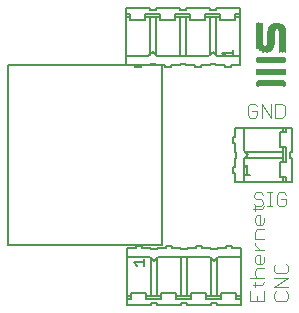
<source format=gto>
G75*
%MOIN*%
%OFA0B0*%
%FSLAX25Y25*%
%IPPOS*%
%LPD*%
%AMOC8*
5,1,8,0,0,1.08239X$1,22.5*
%
%ADD10C,0.00400*%
%ADD11R,0.00100X0.01200*%
%ADD12R,0.00100X0.01400*%
%ADD13R,0.00100X0.07800*%
%ADD14R,0.00100X0.01600*%
%ADD15R,0.00100X0.01800*%
%ADD16R,0.00100X0.08200*%
%ADD17R,0.00100X0.02000*%
%ADD18R,0.00100X0.08600*%
%ADD19R,0.00100X0.02200*%
%ADD20R,0.00100X0.08800*%
%ADD21R,0.00100X0.09000*%
%ADD22R,0.00100X0.09200*%
%ADD23R,0.00100X0.09400*%
%ADD24R,0.00100X0.09600*%
%ADD25R,0.00100X0.09800*%
%ADD26R,0.00100X0.02600*%
%ADD27R,0.00100X0.02400*%
%ADD28R,0.00100X0.07200*%
%ADD29R,0.00100X0.08400*%
%ADD30R,0.00100X0.08000*%
%ADD31C,0.00600*%
%ADD32C,0.00500*%
%ADD33C,0.00800*%
D10*
X0111915Y0064991D02*
X0112682Y0064224D01*
X0114217Y0064224D01*
X0114984Y0064991D01*
X0114984Y0066526D01*
X0113450Y0066526D01*
X0111915Y0068060D02*
X0111915Y0064991D01*
X0111915Y0068060D02*
X0112682Y0068828D01*
X0114217Y0068828D01*
X0114984Y0068060D01*
X0116519Y0068828D02*
X0119588Y0064224D01*
X0119588Y0068828D01*
X0121123Y0068828D02*
X0123425Y0068828D01*
X0124192Y0068060D01*
X0124192Y0064991D01*
X0123425Y0064224D01*
X0121123Y0064224D01*
X0121123Y0068828D01*
X0116519Y0068828D02*
X0116519Y0064224D01*
X0116185Y0039300D02*
X0114651Y0039300D01*
X0113883Y0038533D01*
X0113883Y0037765D01*
X0114651Y0036998D01*
X0116185Y0036998D01*
X0116953Y0036231D01*
X0116953Y0035463D01*
X0116185Y0034696D01*
X0114651Y0034696D01*
X0113883Y0035463D01*
X0114351Y0034660D02*
X0114351Y0033126D01*
X0113584Y0033893D02*
X0116653Y0033893D01*
X0117420Y0034660D01*
X0118487Y0034696D02*
X0120022Y0034696D01*
X0119255Y0034696D02*
X0119255Y0039300D01*
X0120022Y0039300D02*
X0118487Y0039300D01*
X0116953Y0038533D02*
X0116185Y0039300D01*
X0121557Y0038533D02*
X0121557Y0035463D01*
X0122324Y0034696D01*
X0123859Y0034696D01*
X0124626Y0035463D01*
X0124626Y0036998D01*
X0123091Y0036998D01*
X0121557Y0038533D02*
X0122324Y0039300D01*
X0123859Y0039300D01*
X0124626Y0038533D01*
X0117420Y0030824D02*
X0117420Y0029289D01*
X0116653Y0028522D01*
X0115119Y0028522D01*
X0114351Y0029289D01*
X0114351Y0030824D01*
X0115119Y0031591D01*
X0115886Y0031591D01*
X0115886Y0028522D01*
X0115119Y0026987D02*
X0117420Y0026987D01*
X0115119Y0026987D02*
X0114351Y0026220D01*
X0114351Y0023918D01*
X0117420Y0023918D01*
X0114351Y0022383D02*
X0114351Y0021616D01*
X0115886Y0020081D01*
X0117420Y0020081D02*
X0114351Y0020081D01*
X0115119Y0018546D02*
X0115886Y0018546D01*
X0115886Y0015477D01*
X0116653Y0015477D02*
X0115119Y0015477D01*
X0114351Y0016244D01*
X0114351Y0017779D01*
X0115119Y0018546D01*
X0117420Y0017779D02*
X0117420Y0016244D01*
X0116653Y0015477D01*
X0117420Y0013942D02*
X0115119Y0013942D01*
X0114351Y0013175D01*
X0114351Y0011641D01*
X0115119Y0010873D01*
X0114351Y0009339D02*
X0114351Y0007804D01*
X0113584Y0008571D02*
X0116653Y0008571D01*
X0117420Y0009339D01*
X0117420Y0010873D02*
X0112817Y0010873D01*
X0112817Y0006269D02*
X0112817Y0003200D01*
X0117420Y0003200D01*
X0117420Y0006269D01*
X0115119Y0004735D02*
X0115119Y0003200D01*
X0120691Y0003967D02*
X0121458Y0003200D01*
X0124527Y0003200D01*
X0125294Y0003967D01*
X0125294Y0005502D01*
X0124527Y0006269D01*
X0125294Y0007804D02*
X0120691Y0007804D01*
X0125294Y0010873D01*
X0120691Y0010873D01*
X0121458Y0012408D02*
X0120691Y0013175D01*
X0120691Y0014710D01*
X0121458Y0015477D01*
X0124527Y0015477D02*
X0125294Y0014710D01*
X0125294Y0013175D01*
X0124527Y0012408D01*
X0121458Y0012408D01*
X0121458Y0006269D02*
X0120691Y0005502D01*
X0120691Y0003967D01*
D11*
X0124643Y0075581D03*
X0124743Y0075581D03*
X0114943Y0075581D03*
X0114843Y0075581D03*
X0114843Y0083381D03*
X0114943Y0083381D03*
X0124643Y0083381D03*
X0124743Y0083381D03*
D12*
X0124743Y0079481D03*
X0124643Y0079481D03*
X0114943Y0079481D03*
X0114843Y0079481D03*
D13*
X0124643Y0089881D03*
X0124743Y0089881D03*
X0120743Y0091681D03*
X0120643Y0091681D03*
X0114943Y0091881D03*
X0114843Y0091881D03*
D14*
X0115043Y0083381D03*
X0115143Y0083381D03*
X0124443Y0083381D03*
X0124543Y0083381D03*
X0124543Y0075581D03*
X0124443Y0075581D03*
X0115143Y0075581D03*
X0115043Y0075581D03*
D15*
X0115043Y0079481D03*
X0115143Y0079481D03*
X0115243Y0079481D03*
X0115343Y0079481D03*
X0124243Y0079481D03*
X0124343Y0079481D03*
X0124443Y0079481D03*
X0124543Y0079481D03*
D16*
X0124543Y0090081D03*
X0124443Y0090081D03*
X0120543Y0091481D03*
X0120443Y0091481D03*
X0119143Y0090281D03*
X0119043Y0090281D03*
D17*
X0115343Y0083381D03*
X0115243Y0083381D03*
X0124243Y0083381D03*
X0124343Y0083381D03*
X0124343Y0075581D03*
X0124243Y0075581D03*
X0124143Y0075581D03*
X0124043Y0075581D03*
X0115543Y0075581D03*
X0115443Y0075581D03*
X0115343Y0075581D03*
X0115243Y0075581D03*
D18*
X0119843Y0090881D03*
X0119943Y0090881D03*
X0120043Y0091081D03*
X0120143Y0091081D03*
X0124243Y0090281D03*
X0124343Y0090281D03*
X0115343Y0091481D03*
X0115243Y0091481D03*
D19*
X0117443Y0087081D03*
X0117543Y0087081D03*
X0117643Y0087081D03*
X0117743Y0087081D03*
X0117843Y0087081D03*
X0117943Y0087081D03*
X0118043Y0087081D03*
X0118143Y0087081D03*
X0118243Y0087081D03*
X0118343Y0087081D03*
X0118343Y0083281D03*
X0118243Y0083281D03*
X0118143Y0083281D03*
X0118043Y0083281D03*
X0117943Y0083281D03*
X0117843Y0083281D03*
X0117743Y0083281D03*
X0117643Y0083281D03*
X0117543Y0083281D03*
X0117443Y0083281D03*
X0117343Y0083281D03*
X0117243Y0083281D03*
X0117143Y0083281D03*
X0117043Y0083281D03*
X0116943Y0083281D03*
X0116843Y0083281D03*
X0116743Y0083281D03*
X0116643Y0083281D03*
X0116543Y0083281D03*
X0116443Y0083281D03*
X0116343Y0083281D03*
X0116243Y0083281D03*
X0116143Y0083281D03*
X0116043Y0083281D03*
X0115943Y0083281D03*
X0115843Y0083281D03*
X0115743Y0083281D03*
X0115643Y0083281D03*
X0115543Y0083281D03*
X0115443Y0083281D03*
X0118443Y0083281D03*
X0118543Y0083281D03*
X0118643Y0083281D03*
X0118743Y0083281D03*
X0118843Y0083281D03*
X0118943Y0083281D03*
X0119043Y0083281D03*
X0119143Y0083281D03*
X0119243Y0083281D03*
X0119343Y0083281D03*
X0119443Y0083281D03*
X0119543Y0083281D03*
X0119643Y0083281D03*
X0119743Y0083281D03*
X0119843Y0083281D03*
X0119943Y0083281D03*
X0120043Y0083281D03*
X0120143Y0083281D03*
X0120243Y0083281D03*
X0120343Y0083281D03*
X0120443Y0083281D03*
X0120543Y0083281D03*
X0120643Y0083281D03*
X0120743Y0083281D03*
X0120843Y0083281D03*
X0120943Y0083281D03*
X0121043Y0083281D03*
X0121143Y0083281D03*
X0121243Y0083281D03*
X0121343Y0083281D03*
X0121443Y0083281D03*
X0121543Y0083281D03*
X0121643Y0083281D03*
X0121743Y0083281D03*
X0121843Y0083281D03*
X0121943Y0083281D03*
X0122043Y0083281D03*
X0122143Y0083281D03*
X0122243Y0083281D03*
X0122343Y0083281D03*
X0122443Y0083281D03*
X0122543Y0083281D03*
X0122643Y0083281D03*
X0122743Y0083281D03*
X0122843Y0083281D03*
X0122943Y0083281D03*
X0123043Y0083281D03*
X0123143Y0083281D03*
X0123243Y0083281D03*
X0123343Y0083281D03*
X0123443Y0083281D03*
X0123543Y0083281D03*
X0123643Y0083281D03*
X0123743Y0083281D03*
X0123843Y0083281D03*
X0123943Y0083281D03*
X0124043Y0083281D03*
X0124143Y0083281D03*
X0124143Y0079481D03*
X0124043Y0079481D03*
X0123943Y0079481D03*
X0123843Y0079481D03*
X0123743Y0079481D03*
X0123643Y0079481D03*
X0123543Y0079481D03*
X0123443Y0079481D03*
X0123343Y0079481D03*
X0123243Y0079481D03*
X0123143Y0079481D03*
X0123043Y0079481D03*
X0122943Y0079481D03*
X0122843Y0079481D03*
X0122743Y0079481D03*
X0122643Y0079481D03*
X0122543Y0079481D03*
X0122443Y0079481D03*
X0122343Y0079481D03*
X0122243Y0079481D03*
X0122143Y0079481D03*
X0122043Y0079481D03*
X0121943Y0079481D03*
X0121843Y0079481D03*
X0121743Y0079481D03*
X0121643Y0079481D03*
X0121543Y0079481D03*
X0121443Y0079481D03*
X0121343Y0079481D03*
X0121243Y0079481D03*
X0121143Y0079481D03*
X0121043Y0079481D03*
X0120943Y0079481D03*
X0120843Y0079481D03*
X0120743Y0079481D03*
X0120643Y0079481D03*
X0120543Y0079481D03*
X0120443Y0079481D03*
X0120343Y0079481D03*
X0120243Y0079481D03*
X0120143Y0079481D03*
X0120043Y0079481D03*
X0119943Y0079481D03*
X0119843Y0079481D03*
X0119743Y0079481D03*
X0119643Y0079481D03*
X0119543Y0079481D03*
X0119443Y0079481D03*
X0119343Y0079481D03*
X0119243Y0079481D03*
X0119143Y0079481D03*
X0119043Y0079481D03*
X0118943Y0079481D03*
X0118843Y0079481D03*
X0118743Y0079481D03*
X0118643Y0079481D03*
X0118543Y0079481D03*
X0118443Y0079481D03*
X0118343Y0079481D03*
X0118243Y0079481D03*
X0118143Y0079481D03*
X0118043Y0079481D03*
X0117943Y0079481D03*
X0117843Y0079481D03*
X0117743Y0079481D03*
X0117643Y0079481D03*
X0117543Y0079481D03*
X0117443Y0079481D03*
X0117343Y0079481D03*
X0117243Y0079481D03*
X0117143Y0079481D03*
X0117043Y0079481D03*
X0116943Y0079481D03*
X0116843Y0079481D03*
X0116743Y0079481D03*
X0116643Y0079481D03*
X0116543Y0079481D03*
X0116443Y0079481D03*
X0116343Y0079481D03*
X0116243Y0079481D03*
X0116143Y0079481D03*
X0116043Y0079481D03*
X0115943Y0079481D03*
X0115843Y0079481D03*
X0115743Y0079481D03*
X0115643Y0079481D03*
X0115543Y0079481D03*
X0115443Y0079481D03*
X0115643Y0075681D03*
X0115743Y0075681D03*
X0115843Y0075681D03*
X0115943Y0075681D03*
X0116043Y0075681D03*
X0116143Y0075681D03*
X0116243Y0075681D03*
X0116343Y0075681D03*
X0116443Y0075681D03*
X0116543Y0075681D03*
X0116643Y0075681D03*
X0116743Y0075681D03*
X0116843Y0075681D03*
X0116943Y0075681D03*
X0117043Y0075681D03*
X0117143Y0075681D03*
X0117243Y0075681D03*
X0117343Y0075681D03*
X0117443Y0075681D03*
X0117543Y0075681D03*
X0117643Y0075681D03*
X0117743Y0075681D03*
X0117843Y0075681D03*
X0117943Y0075681D03*
X0118043Y0075681D03*
X0118143Y0075681D03*
X0118243Y0075681D03*
X0118343Y0075681D03*
X0118443Y0075681D03*
X0118543Y0075681D03*
X0118643Y0075681D03*
X0118743Y0075681D03*
X0118843Y0075681D03*
X0118943Y0075681D03*
X0119043Y0075681D03*
X0119143Y0075681D03*
X0119243Y0075681D03*
X0119343Y0075681D03*
X0119443Y0075681D03*
X0119543Y0075681D03*
X0119643Y0075681D03*
X0119743Y0075681D03*
X0119843Y0075681D03*
X0119943Y0075681D03*
X0120043Y0075681D03*
X0120143Y0075681D03*
X0120243Y0075681D03*
X0120343Y0075681D03*
X0120443Y0075681D03*
X0120543Y0075681D03*
X0120643Y0075681D03*
X0120743Y0075681D03*
X0120843Y0075681D03*
X0120943Y0075681D03*
X0121043Y0075681D03*
X0121143Y0075681D03*
X0121243Y0075681D03*
X0121343Y0075681D03*
X0121443Y0075681D03*
X0121543Y0075681D03*
X0121643Y0075681D03*
X0121743Y0075681D03*
X0121843Y0075681D03*
X0121943Y0075681D03*
X0122043Y0075681D03*
X0122143Y0075681D03*
X0122243Y0075681D03*
X0122343Y0075681D03*
X0122443Y0075681D03*
X0122543Y0075681D03*
X0122643Y0075681D03*
X0122743Y0075681D03*
X0122843Y0075681D03*
X0122943Y0075681D03*
X0123043Y0075681D03*
X0123143Y0075681D03*
X0123243Y0075681D03*
X0123343Y0075681D03*
X0123443Y0075681D03*
X0123543Y0075681D03*
X0123643Y0075681D03*
X0123743Y0075681D03*
X0123843Y0075681D03*
X0123943Y0075681D03*
X0122143Y0094681D03*
X0122043Y0094681D03*
X0121943Y0094681D03*
X0121843Y0094681D03*
X0121743Y0094681D03*
X0121643Y0094681D03*
X0121543Y0094681D03*
X0121443Y0094681D03*
D20*
X0124043Y0090381D03*
X0124143Y0090381D03*
X0115543Y0091381D03*
X0115443Y0091381D03*
D21*
X0115643Y0091281D03*
X0115743Y0091281D03*
X0123843Y0090481D03*
X0123943Y0090481D03*
D22*
X0123743Y0090581D03*
X0123643Y0090581D03*
X0115943Y0091181D03*
X0115843Y0091181D03*
D23*
X0116043Y0091081D03*
X0116143Y0091081D03*
X0123243Y0090681D03*
X0123343Y0090681D03*
X0123443Y0090681D03*
X0123543Y0090681D03*
D24*
X0123143Y0090781D03*
X0123043Y0090781D03*
X0122943Y0090781D03*
X0122843Y0090781D03*
X0116743Y0090981D03*
X0116643Y0090981D03*
X0116543Y0090981D03*
X0116443Y0090981D03*
X0116343Y0090981D03*
X0116243Y0090981D03*
D25*
X0116843Y0090881D03*
X0116943Y0090881D03*
X0122643Y0090881D03*
X0122743Y0090881D03*
D26*
X0122543Y0094481D03*
X0122443Y0094481D03*
X0121143Y0094481D03*
X0121043Y0094481D03*
X0117143Y0087281D03*
X0117043Y0087281D03*
D27*
X0117243Y0087181D03*
X0117343Y0087181D03*
X0118443Y0087181D03*
X0118543Y0087181D03*
X0121243Y0094581D03*
X0121343Y0094581D03*
X0122243Y0094581D03*
X0122343Y0094581D03*
D28*
X0120943Y0091981D03*
X0120843Y0091981D03*
X0118743Y0089581D03*
X0118643Y0089581D03*
D29*
X0119243Y0090381D03*
X0119343Y0090381D03*
X0119443Y0090581D03*
X0119543Y0090581D03*
X0119643Y0090781D03*
X0119743Y0090781D03*
X0120243Y0091181D03*
X0120343Y0091181D03*
X0115143Y0091581D03*
X0115043Y0091581D03*
D30*
X0118843Y0089981D03*
X0118943Y0089981D03*
D31*
X0109219Y0084661D02*
X0109219Y0081661D01*
X0106219Y0081661D01*
X0106219Y0081161D01*
X0104219Y0081161D01*
X0104219Y0081661D01*
X0101219Y0081661D01*
X0101219Y0082161D01*
X0099219Y0082161D01*
X0099219Y0081661D01*
X0096219Y0081661D01*
X0096219Y0081161D01*
X0094219Y0081161D01*
X0094219Y0081661D01*
X0091219Y0081661D01*
X0091219Y0082161D01*
X0089219Y0082161D01*
X0089219Y0081661D01*
X0086219Y0081661D01*
X0086219Y0081161D01*
X0084219Y0081161D01*
X0084219Y0081661D01*
X0081219Y0081661D01*
X0081219Y0082161D01*
X0079219Y0082161D01*
X0079219Y0081661D01*
X0076219Y0081661D01*
X0076219Y0081161D01*
X0074219Y0081161D01*
X0074219Y0081661D01*
X0071219Y0081661D01*
X0071219Y0084661D01*
X0078719Y0084661D01*
X0080219Y0086161D01*
X0081219Y0085161D01*
X0081719Y0084661D01*
X0089219Y0084661D01*
X0089219Y0097661D01*
X0087719Y0097661D01*
X0087719Y0096661D01*
X0082719Y0096661D01*
X0082719Y0097661D01*
X0081219Y0097661D01*
X0081219Y0085161D01*
X0079219Y0085161D02*
X0079219Y0097661D01*
X0077719Y0097661D01*
X0077719Y0096661D01*
X0072719Y0096661D01*
X0072719Y0097661D01*
X0071219Y0097661D01*
X0071219Y0098661D01*
X0072719Y0098661D01*
X0072719Y0097661D01*
X0071219Y0097661D02*
X0071219Y0084661D01*
X0077719Y0097661D02*
X0077719Y0098661D01*
X0082719Y0098661D01*
X0082719Y0097661D01*
X0081219Y0097661D02*
X0079219Y0097661D01*
X0079219Y0100161D02*
X0079219Y0100661D01*
X0071219Y0100661D01*
X0071219Y0098661D01*
X0079219Y0100161D02*
X0081219Y0100161D01*
X0081219Y0100661D01*
X0089219Y0100661D01*
X0089219Y0100161D01*
X0091219Y0100161D01*
X0091219Y0100661D01*
X0099219Y0100661D01*
X0099219Y0100161D01*
X0101219Y0100161D01*
X0101219Y0100661D01*
X0109219Y0100661D01*
X0109219Y0098661D01*
X0109219Y0097661D01*
X0107719Y0097661D01*
X0107719Y0096661D01*
X0102719Y0096661D01*
X0102719Y0097661D01*
X0101219Y0097661D01*
X0101219Y0085161D01*
X0100219Y0086161D01*
X0099219Y0085161D01*
X0099219Y0097661D01*
X0097719Y0097661D01*
X0097719Y0096661D01*
X0092719Y0096661D01*
X0092719Y0097661D01*
X0091219Y0097661D01*
X0091219Y0084661D01*
X0089219Y0084661D01*
X0091219Y0084661D02*
X0098719Y0084661D01*
X0099219Y0085161D01*
X0101219Y0085161D02*
X0101719Y0084661D01*
X0109219Y0084661D01*
X0109219Y0097661D01*
X0109219Y0098661D02*
X0107719Y0098661D01*
X0107719Y0097661D01*
X0102719Y0097661D02*
X0102719Y0098661D01*
X0097719Y0098661D01*
X0097719Y0097661D01*
X0099219Y0097661D02*
X0101219Y0097661D01*
X0092719Y0097661D02*
X0092719Y0098661D01*
X0087719Y0098661D01*
X0087719Y0097661D01*
X0089219Y0097661D02*
X0091219Y0097661D01*
X0107542Y0060780D02*
X0107542Y0057780D01*
X0107042Y0057780D01*
X0107042Y0055780D01*
X0107542Y0055780D01*
X0107542Y0052780D01*
X0108042Y0052780D01*
X0108042Y0050780D01*
X0107542Y0050780D01*
X0107542Y0047780D01*
X0107042Y0047780D01*
X0107042Y0045780D01*
X0107542Y0045780D01*
X0107542Y0042780D01*
X0110542Y0042780D01*
X0123542Y0042780D01*
X0124542Y0042780D01*
X0124542Y0044280D01*
X0123542Y0044280D01*
X0122542Y0044280D01*
X0122542Y0049280D01*
X0123542Y0049280D01*
X0123542Y0050780D01*
X0111042Y0050780D01*
X0112042Y0051780D01*
X0111042Y0052780D01*
X0123542Y0052780D01*
X0123542Y0050780D01*
X0123542Y0049280D02*
X0124542Y0049280D01*
X0124542Y0054280D01*
X0123542Y0054280D01*
X0123542Y0052780D01*
X0123542Y0054280D02*
X0122542Y0054280D01*
X0122542Y0059280D01*
X0123542Y0059280D01*
X0123542Y0060780D01*
X0124542Y0060780D01*
X0124542Y0059280D01*
X0123542Y0059280D01*
X0123542Y0060780D02*
X0110542Y0060780D01*
X0107542Y0060780D01*
X0110542Y0060780D02*
X0110542Y0053280D01*
X0111042Y0052780D01*
X0111042Y0050780D02*
X0110542Y0050280D01*
X0110542Y0042780D01*
X0123542Y0042780D02*
X0123542Y0044280D01*
X0124542Y0042780D02*
X0126542Y0042780D01*
X0126542Y0050780D01*
X0126042Y0050780D01*
X0126042Y0052780D01*
X0126542Y0052780D01*
X0126542Y0060780D01*
X0124542Y0060780D01*
X0109613Y0020874D02*
X0106613Y0020874D01*
X0106613Y0021374D01*
X0104613Y0021374D01*
X0104613Y0020874D01*
X0101613Y0020874D01*
X0101613Y0020374D01*
X0099613Y0020374D01*
X0099613Y0020874D01*
X0096613Y0020874D01*
X0096613Y0021374D01*
X0094613Y0021374D01*
X0094613Y0020874D01*
X0091613Y0020874D01*
X0091613Y0020374D01*
X0089613Y0020374D01*
X0089613Y0020874D01*
X0086613Y0020874D01*
X0086613Y0021374D01*
X0084613Y0021374D01*
X0084613Y0020874D01*
X0081613Y0020874D01*
X0081613Y0020374D01*
X0079613Y0020374D01*
X0079613Y0020874D01*
X0076613Y0020874D01*
X0076613Y0021374D01*
X0074613Y0021374D01*
X0074613Y0020874D01*
X0071613Y0020874D01*
X0071613Y0017874D01*
X0079113Y0017874D01*
X0079613Y0017374D01*
X0079613Y0004874D01*
X0081613Y0004874D01*
X0081613Y0017374D01*
X0082113Y0017874D01*
X0089613Y0017874D01*
X0089613Y0004874D01*
X0091613Y0004874D01*
X0091613Y0017874D01*
X0099113Y0017874D01*
X0099613Y0017374D01*
X0099613Y0004874D01*
X0101613Y0004874D01*
X0101613Y0017374D01*
X0102113Y0017874D02*
X0100613Y0016374D01*
X0099613Y0017374D01*
X0102113Y0017874D02*
X0109613Y0017874D01*
X0109613Y0020874D01*
X0109613Y0017874D02*
X0109613Y0004874D01*
X0109613Y0003874D01*
X0108113Y0003874D01*
X0108113Y0004874D01*
X0109613Y0004874D01*
X0109613Y0003874D02*
X0109613Y0001874D01*
X0101613Y0001874D01*
X0101613Y0002374D01*
X0099613Y0002374D01*
X0099613Y0001874D01*
X0091613Y0001874D01*
X0091613Y0002374D01*
X0089613Y0002374D01*
X0089613Y0001874D01*
X0081613Y0001874D01*
X0081613Y0002374D01*
X0079613Y0002374D01*
X0079613Y0001874D01*
X0071613Y0001874D01*
X0071613Y0003874D01*
X0071613Y0004874D01*
X0073113Y0004874D01*
X0073113Y0005874D01*
X0078113Y0005874D01*
X0078113Y0004874D01*
X0079613Y0004874D01*
X0081613Y0004874D02*
X0083113Y0004874D01*
X0083113Y0005874D01*
X0088113Y0005874D01*
X0088113Y0004874D01*
X0089613Y0004874D01*
X0088113Y0004874D02*
X0088113Y0003874D01*
X0093113Y0003874D01*
X0093113Y0004874D01*
X0091613Y0004874D01*
X0093113Y0004874D02*
X0093113Y0005874D01*
X0098113Y0005874D01*
X0098113Y0004874D01*
X0099613Y0004874D01*
X0098113Y0004874D02*
X0098113Y0003874D01*
X0103113Y0003874D01*
X0103113Y0004874D01*
X0103113Y0005874D01*
X0108113Y0005874D01*
X0108113Y0004874D01*
X0103113Y0004874D02*
X0101613Y0004874D01*
X0091613Y0017874D02*
X0089613Y0017874D01*
X0081613Y0017374D02*
X0080613Y0016374D01*
X0079613Y0017374D01*
X0071613Y0017874D02*
X0071613Y0004874D01*
X0071613Y0003874D02*
X0073113Y0003874D01*
X0073113Y0004874D01*
X0078113Y0004874D02*
X0078113Y0003874D01*
X0083113Y0003874D01*
X0083113Y0004874D01*
D32*
X0077363Y0014824D02*
X0077363Y0017093D01*
X0077363Y0015958D02*
X0073960Y0015958D01*
X0075094Y0014824D01*
X0110501Y0045130D02*
X0112769Y0045130D01*
X0111635Y0045130D02*
X0111635Y0048532D01*
X0110501Y0047398D01*
X0106869Y0084620D02*
X0106869Y0086889D01*
X0106869Y0085755D02*
X0103466Y0085755D01*
X0104600Y0084620D01*
D33*
X0083290Y0021740D02*
X0032109Y0021740D01*
X0032109Y0081740D01*
X0083290Y0081740D01*
X0083290Y0021740D01*
M02*

</source>
